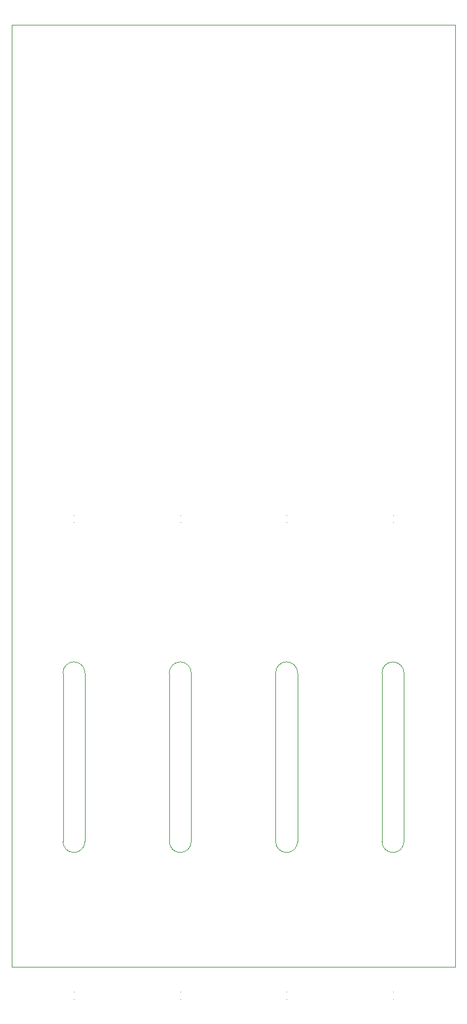
<source format=gm1>
G04 #@! TF.GenerationSoftware,KiCad,Pcbnew,7.0.8*
G04 #@! TF.CreationDate,2024-09-22T21:48:36-04:00*
G04 #@! TF.ProjectId,lichen-four-panel,6c696368-656e-42d6-966f-75722d70616e,rev?*
G04 #@! TF.SameCoordinates,Original*
G04 #@! TF.FileFunction,Profile,NP*
%FSLAX46Y46*%
G04 Gerber Fmt 4.6, Leading zero omitted, Abs format (unit mm)*
G04 Created by KiCad (PCBNEW 7.0.8) date 2024-09-22 21:48:36*
%MOMM*%
%LPD*%
G01*
G04 APERTURE LIST*
G04 #@! TA.AperFunction,Profile*
%ADD10C,0.100000*%
G04 #@! TD*
G04 APERTURE END LIST*
D10*
X100000000Y-100000000D02*
X160600000Y-100000000D01*
X160600000Y-228500000D01*
X100000000Y-228500000D01*
X100000000Y-100000000D01*
X121543000Y-211390000D02*
X121543000Y-188390000D01*
X123043000Y-166890000D02*
X123043000Y-166890000D01*
X123043000Y-167890000D02*
X123043000Y-167890000D01*
X123043000Y-231890000D02*
X123043000Y-231890000D01*
X123043000Y-232890000D02*
X123043000Y-232890000D01*
X124543000Y-188390000D02*
X124543000Y-211390000D01*
X123043000Y-186890000D02*
G75*
G03*
X121543000Y-188390000I0J-1500000D01*
G01*
X124543000Y-188390000D02*
G75*
G03*
X123043000Y-186890000I-1500001J-1D01*
G01*
X121543000Y-211390000D02*
G75*
G03*
X123043000Y-212890000I1500000J0D01*
G01*
X123043000Y-212890000D02*
G75*
G03*
X124543000Y-211390000I-1J1500001D01*
G01*
X136058000Y-211390000D02*
X136058000Y-188390000D01*
X137558000Y-166890000D02*
X137558000Y-166890000D01*
X137558000Y-167890000D02*
X137558000Y-167890000D01*
X137558000Y-231890000D02*
X137558000Y-231890000D01*
X137558000Y-232890000D02*
X137558000Y-232890000D01*
X139058000Y-188390000D02*
X139058000Y-211390000D01*
X137558000Y-186890000D02*
G75*
G03*
X136058000Y-188390000I0J-1500000D01*
G01*
X139058000Y-188390000D02*
G75*
G03*
X137558000Y-186890000I-1500001J-1D01*
G01*
X136058000Y-211390000D02*
G75*
G03*
X137558000Y-212890000I1500000J0D01*
G01*
X137558000Y-212890000D02*
G75*
G03*
X139058000Y-211390000I-1J1500001D01*
G01*
X150573000Y-211390000D02*
X150573000Y-188390000D01*
X152073000Y-166890000D02*
X152073000Y-166890000D01*
X152073000Y-167890000D02*
X152073000Y-167890000D01*
X152073000Y-231890000D02*
X152073000Y-231890000D01*
X152073000Y-232890000D02*
X152073000Y-232890000D01*
X153573000Y-188390000D02*
X153573000Y-211390000D01*
X152073000Y-186890000D02*
G75*
G03*
X150573000Y-188390000I0J-1500000D01*
G01*
X153573000Y-188390000D02*
G75*
G03*
X152073000Y-186890000I-1500001J-1D01*
G01*
X150573000Y-211390000D02*
G75*
G03*
X152073000Y-212890000I1500000J0D01*
G01*
X152073000Y-212890000D02*
G75*
G03*
X153573000Y-211390000I-1J1500001D01*
G01*
X107027000Y-211390000D02*
X107027000Y-188390000D01*
X108527000Y-166890000D02*
X108527000Y-166890000D01*
X108527000Y-167890000D02*
X108527000Y-167890000D01*
X108527000Y-231890000D02*
X108527000Y-231890000D01*
X108527000Y-232890000D02*
X108527000Y-232890000D01*
X110027000Y-188390000D02*
X110027000Y-211390000D01*
X108527000Y-186890000D02*
G75*
G03*
X107027000Y-188390000I0J-1500000D01*
G01*
X110027000Y-188390000D02*
G75*
G03*
X108527000Y-186890000I-1500001J-1D01*
G01*
X107027000Y-211390000D02*
G75*
G03*
X108527000Y-212890000I1500000J0D01*
G01*
X108527000Y-212890000D02*
G75*
G03*
X110027000Y-211390000I-1J1500001D01*
G01*
M02*

</source>
